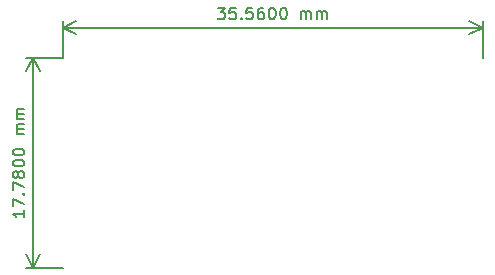
<source format=gbr>
G04 #@! TF.GenerationSoftware,KiCad,Pcbnew,8.0.6*
G04 #@! TF.CreationDate,2024-11-11T10:15:46+01:00*
G04 #@! TF.ProjectId,V1,56312e6b-6963-4616-945f-706362585858,r0.1*
G04 #@! TF.SameCoordinates,Original*
G04 #@! TF.FileFunction,OtherDrawing,Comment*
%FSLAX46Y46*%
G04 Gerber Fmt 4.6, Leading zero omitted, Abs format (unit mm)*
G04 Created by KiCad (PCBNEW 8.0.6) date 2024-11-11 10:15:46*
%MOMM*%
%LPD*%
G01*
G04 APERTURE LIST*
%ADD10C,0.150000*%
G04 APERTURE END LIST*
D10*
X113113334Y-86874819D02*
X113732381Y-86874819D01*
X113732381Y-86874819D02*
X113399048Y-87255771D01*
X113399048Y-87255771D02*
X113541905Y-87255771D01*
X113541905Y-87255771D02*
X113637143Y-87303390D01*
X113637143Y-87303390D02*
X113684762Y-87351009D01*
X113684762Y-87351009D02*
X113732381Y-87446247D01*
X113732381Y-87446247D02*
X113732381Y-87684342D01*
X113732381Y-87684342D02*
X113684762Y-87779580D01*
X113684762Y-87779580D02*
X113637143Y-87827200D01*
X113637143Y-87827200D02*
X113541905Y-87874819D01*
X113541905Y-87874819D02*
X113256191Y-87874819D01*
X113256191Y-87874819D02*
X113160953Y-87827200D01*
X113160953Y-87827200D02*
X113113334Y-87779580D01*
X114637143Y-86874819D02*
X114160953Y-86874819D01*
X114160953Y-86874819D02*
X114113334Y-87351009D01*
X114113334Y-87351009D02*
X114160953Y-87303390D01*
X114160953Y-87303390D02*
X114256191Y-87255771D01*
X114256191Y-87255771D02*
X114494286Y-87255771D01*
X114494286Y-87255771D02*
X114589524Y-87303390D01*
X114589524Y-87303390D02*
X114637143Y-87351009D01*
X114637143Y-87351009D02*
X114684762Y-87446247D01*
X114684762Y-87446247D02*
X114684762Y-87684342D01*
X114684762Y-87684342D02*
X114637143Y-87779580D01*
X114637143Y-87779580D02*
X114589524Y-87827200D01*
X114589524Y-87827200D02*
X114494286Y-87874819D01*
X114494286Y-87874819D02*
X114256191Y-87874819D01*
X114256191Y-87874819D02*
X114160953Y-87827200D01*
X114160953Y-87827200D02*
X114113334Y-87779580D01*
X115113334Y-87779580D02*
X115160953Y-87827200D01*
X115160953Y-87827200D02*
X115113334Y-87874819D01*
X115113334Y-87874819D02*
X115065715Y-87827200D01*
X115065715Y-87827200D02*
X115113334Y-87779580D01*
X115113334Y-87779580D02*
X115113334Y-87874819D01*
X116065714Y-86874819D02*
X115589524Y-86874819D01*
X115589524Y-86874819D02*
X115541905Y-87351009D01*
X115541905Y-87351009D02*
X115589524Y-87303390D01*
X115589524Y-87303390D02*
X115684762Y-87255771D01*
X115684762Y-87255771D02*
X115922857Y-87255771D01*
X115922857Y-87255771D02*
X116018095Y-87303390D01*
X116018095Y-87303390D02*
X116065714Y-87351009D01*
X116065714Y-87351009D02*
X116113333Y-87446247D01*
X116113333Y-87446247D02*
X116113333Y-87684342D01*
X116113333Y-87684342D02*
X116065714Y-87779580D01*
X116065714Y-87779580D02*
X116018095Y-87827200D01*
X116018095Y-87827200D02*
X115922857Y-87874819D01*
X115922857Y-87874819D02*
X115684762Y-87874819D01*
X115684762Y-87874819D02*
X115589524Y-87827200D01*
X115589524Y-87827200D02*
X115541905Y-87779580D01*
X116970476Y-86874819D02*
X116780000Y-86874819D01*
X116780000Y-86874819D02*
X116684762Y-86922438D01*
X116684762Y-86922438D02*
X116637143Y-86970057D01*
X116637143Y-86970057D02*
X116541905Y-87112914D01*
X116541905Y-87112914D02*
X116494286Y-87303390D01*
X116494286Y-87303390D02*
X116494286Y-87684342D01*
X116494286Y-87684342D02*
X116541905Y-87779580D01*
X116541905Y-87779580D02*
X116589524Y-87827200D01*
X116589524Y-87827200D02*
X116684762Y-87874819D01*
X116684762Y-87874819D02*
X116875238Y-87874819D01*
X116875238Y-87874819D02*
X116970476Y-87827200D01*
X116970476Y-87827200D02*
X117018095Y-87779580D01*
X117018095Y-87779580D02*
X117065714Y-87684342D01*
X117065714Y-87684342D02*
X117065714Y-87446247D01*
X117065714Y-87446247D02*
X117018095Y-87351009D01*
X117018095Y-87351009D02*
X116970476Y-87303390D01*
X116970476Y-87303390D02*
X116875238Y-87255771D01*
X116875238Y-87255771D02*
X116684762Y-87255771D01*
X116684762Y-87255771D02*
X116589524Y-87303390D01*
X116589524Y-87303390D02*
X116541905Y-87351009D01*
X116541905Y-87351009D02*
X116494286Y-87446247D01*
X117684762Y-86874819D02*
X117780000Y-86874819D01*
X117780000Y-86874819D02*
X117875238Y-86922438D01*
X117875238Y-86922438D02*
X117922857Y-86970057D01*
X117922857Y-86970057D02*
X117970476Y-87065295D01*
X117970476Y-87065295D02*
X118018095Y-87255771D01*
X118018095Y-87255771D02*
X118018095Y-87493866D01*
X118018095Y-87493866D02*
X117970476Y-87684342D01*
X117970476Y-87684342D02*
X117922857Y-87779580D01*
X117922857Y-87779580D02*
X117875238Y-87827200D01*
X117875238Y-87827200D02*
X117780000Y-87874819D01*
X117780000Y-87874819D02*
X117684762Y-87874819D01*
X117684762Y-87874819D02*
X117589524Y-87827200D01*
X117589524Y-87827200D02*
X117541905Y-87779580D01*
X117541905Y-87779580D02*
X117494286Y-87684342D01*
X117494286Y-87684342D02*
X117446667Y-87493866D01*
X117446667Y-87493866D02*
X117446667Y-87255771D01*
X117446667Y-87255771D02*
X117494286Y-87065295D01*
X117494286Y-87065295D02*
X117541905Y-86970057D01*
X117541905Y-86970057D02*
X117589524Y-86922438D01*
X117589524Y-86922438D02*
X117684762Y-86874819D01*
X118637143Y-86874819D02*
X118732381Y-86874819D01*
X118732381Y-86874819D02*
X118827619Y-86922438D01*
X118827619Y-86922438D02*
X118875238Y-86970057D01*
X118875238Y-86970057D02*
X118922857Y-87065295D01*
X118922857Y-87065295D02*
X118970476Y-87255771D01*
X118970476Y-87255771D02*
X118970476Y-87493866D01*
X118970476Y-87493866D02*
X118922857Y-87684342D01*
X118922857Y-87684342D02*
X118875238Y-87779580D01*
X118875238Y-87779580D02*
X118827619Y-87827200D01*
X118827619Y-87827200D02*
X118732381Y-87874819D01*
X118732381Y-87874819D02*
X118637143Y-87874819D01*
X118637143Y-87874819D02*
X118541905Y-87827200D01*
X118541905Y-87827200D02*
X118494286Y-87779580D01*
X118494286Y-87779580D02*
X118446667Y-87684342D01*
X118446667Y-87684342D02*
X118399048Y-87493866D01*
X118399048Y-87493866D02*
X118399048Y-87255771D01*
X118399048Y-87255771D02*
X118446667Y-87065295D01*
X118446667Y-87065295D02*
X118494286Y-86970057D01*
X118494286Y-86970057D02*
X118541905Y-86922438D01*
X118541905Y-86922438D02*
X118637143Y-86874819D01*
X120160953Y-87874819D02*
X120160953Y-87208152D01*
X120160953Y-87303390D02*
X120208572Y-87255771D01*
X120208572Y-87255771D02*
X120303810Y-87208152D01*
X120303810Y-87208152D02*
X120446667Y-87208152D01*
X120446667Y-87208152D02*
X120541905Y-87255771D01*
X120541905Y-87255771D02*
X120589524Y-87351009D01*
X120589524Y-87351009D02*
X120589524Y-87874819D01*
X120589524Y-87351009D02*
X120637143Y-87255771D01*
X120637143Y-87255771D02*
X120732381Y-87208152D01*
X120732381Y-87208152D02*
X120875238Y-87208152D01*
X120875238Y-87208152D02*
X120970477Y-87255771D01*
X120970477Y-87255771D02*
X121018096Y-87351009D01*
X121018096Y-87351009D02*
X121018096Y-87874819D01*
X121494286Y-87874819D02*
X121494286Y-87208152D01*
X121494286Y-87303390D02*
X121541905Y-87255771D01*
X121541905Y-87255771D02*
X121637143Y-87208152D01*
X121637143Y-87208152D02*
X121780000Y-87208152D01*
X121780000Y-87208152D02*
X121875238Y-87255771D01*
X121875238Y-87255771D02*
X121922857Y-87351009D01*
X121922857Y-87351009D02*
X121922857Y-87874819D01*
X121922857Y-87351009D02*
X121970476Y-87255771D01*
X121970476Y-87255771D02*
X122065714Y-87208152D01*
X122065714Y-87208152D02*
X122208571Y-87208152D01*
X122208571Y-87208152D02*
X122303810Y-87255771D01*
X122303810Y-87255771D02*
X122351429Y-87351009D01*
X122351429Y-87351009D02*
X122351429Y-87874819D01*
X135560000Y-91110000D02*
X135560000Y-87983580D01*
X100000000Y-91110000D02*
X100000000Y-87983580D01*
X135560000Y-88570000D02*
X100000000Y-88570000D01*
X135560000Y-88570000D02*
X100000000Y-88570000D01*
X135560000Y-88570000D02*
X134433496Y-89156421D01*
X135560000Y-88570000D02*
X134433496Y-87983579D01*
X100000000Y-88570000D02*
X101126504Y-87983579D01*
X100000000Y-88570000D02*
X101126504Y-89156421D01*
X96764819Y-104047618D02*
X96764819Y-104619046D01*
X96764819Y-104333332D02*
X95764819Y-104333332D01*
X95764819Y-104333332D02*
X95907676Y-104428570D01*
X95907676Y-104428570D02*
X96002914Y-104523808D01*
X96002914Y-104523808D02*
X96050533Y-104619046D01*
X95764819Y-103714284D02*
X95764819Y-103047618D01*
X95764819Y-103047618D02*
X96764819Y-103476189D01*
X96669580Y-102666665D02*
X96717200Y-102619046D01*
X96717200Y-102619046D02*
X96764819Y-102666665D01*
X96764819Y-102666665D02*
X96717200Y-102714284D01*
X96717200Y-102714284D02*
X96669580Y-102666665D01*
X96669580Y-102666665D02*
X96764819Y-102666665D01*
X95764819Y-102285713D02*
X95764819Y-101619047D01*
X95764819Y-101619047D02*
X96764819Y-102047618D01*
X96193390Y-101095237D02*
X96145771Y-101190475D01*
X96145771Y-101190475D02*
X96098152Y-101238094D01*
X96098152Y-101238094D02*
X96002914Y-101285713D01*
X96002914Y-101285713D02*
X95955295Y-101285713D01*
X95955295Y-101285713D02*
X95860057Y-101238094D01*
X95860057Y-101238094D02*
X95812438Y-101190475D01*
X95812438Y-101190475D02*
X95764819Y-101095237D01*
X95764819Y-101095237D02*
X95764819Y-100904761D01*
X95764819Y-100904761D02*
X95812438Y-100809523D01*
X95812438Y-100809523D02*
X95860057Y-100761904D01*
X95860057Y-100761904D02*
X95955295Y-100714285D01*
X95955295Y-100714285D02*
X96002914Y-100714285D01*
X96002914Y-100714285D02*
X96098152Y-100761904D01*
X96098152Y-100761904D02*
X96145771Y-100809523D01*
X96145771Y-100809523D02*
X96193390Y-100904761D01*
X96193390Y-100904761D02*
X96193390Y-101095237D01*
X96193390Y-101095237D02*
X96241009Y-101190475D01*
X96241009Y-101190475D02*
X96288628Y-101238094D01*
X96288628Y-101238094D02*
X96383866Y-101285713D01*
X96383866Y-101285713D02*
X96574342Y-101285713D01*
X96574342Y-101285713D02*
X96669580Y-101238094D01*
X96669580Y-101238094D02*
X96717200Y-101190475D01*
X96717200Y-101190475D02*
X96764819Y-101095237D01*
X96764819Y-101095237D02*
X96764819Y-100904761D01*
X96764819Y-100904761D02*
X96717200Y-100809523D01*
X96717200Y-100809523D02*
X96669580Y-100761904D01*
X96669580Y-100761904D02*
X96574342Y-100714285D01*
X96574342Y-100714285D02*
X96383866Y-100714285D01*
X96383866Y-100714285D02*
X96288628Y-100761904D01*
X96288628Y-100761904D02*
X96241009Y-100809523D01*
X96241009Y-100809523D02*
X96193390Y-100904761D01*
X95764819Y-100095237D02*
X95764819Y-99999999D01*
X95764819Y-99999999D02*
X95812438Y-99904761D01*
X95812438Y-99904761D02*
X95860057Y-99857142D01*
X95860057Y-99857142D02*
X95955295Y-99809523D01*
X95955295Y-99809523D02*
X96145771Y-99761904D01*
X96145771Y-99761904D02*
X96383866Y-99761904D01*
X96383866Y-99761904D02*
X96574342Y-99809523D01*
X96574342Y-99809523D02*
X96669580Y-99857142D01*
X96669580Y-99857142D02*
X96717200Y-99904761D01*
X96717200Y-99904761D02*
X96764819Y-99999999D01*
X96764819Y-99999999D02*
X96764819Y-100095237D01*
X96764819Y-100095237D02*
X96717200Y-100190475D01*
X96717200Y-100190475D02*
X96669580Y-100238094D01*
X96669580Y-100238094D02*
X96574342Y-100285713D01*
X96574342Y-100285713D02*
X96383866Y-100333332D01*
X96383866Y-100333332D02*
X96145771Y-100333332D01*
X96145771Y-100333332D02*
X95955295Y-100285713D01*
X95955295Y-100285713D02*
X95860057Y-100238094D01*
X95860057Y-100238094D02*
X95812438Y-100190475D01*
X95812438Y-100190475D02*
X95764819Y-100095237D01*
X95764819Y-99142856D02*
X95764819Y-99047618D01*
X95764819Y-99047618D02*
X95812438Y-98952380D01*
X95812438Y-98952380D02*
X95860057Y-98904761D01*
X95860057Y-98904761D02*
X95955295Y-98857142D01*
X95955295Y-98857142D02*
X96145771Y-98809523D01*
X96145771Y-98809523D02*
X96383866Y-98809523D01*
X96383866Y-98809523D02*
X96574342Y-98857142D01*
X96574342Y-98857142D02*
X96669580Y-98904761D01*
X96669580Y-98904761D02*
X96717200Y-98952380D01*
X96717200Y-98952380D02*
X96764819Y-99047618D01*
X96764819Y-99047618D02*
X96764819Y-99142856D01*
X96764819Y-99142856D02*
X96717200Y-99238094D01*
X96717200Y-99238094D02*
X96669580Y-99285713D01*
X96669580Y-99285713D02*
X96574342Y-99333332D01*
X96574342Y-99333332D02*
X96383866Y-99380951D01*
X96383866Y-99380951D02*
X96145771Y-99380951D01*
X96145771Y-99380951D02*
X95955295Y-99333332D01*
X95955295Y-99333332D02*
X95860057Y-99285713D01*
X95860057Y-99285713D02*
X95812438Y-99238094D01*
X95812438Y-99238094D02*
X95764819Y-99142856D01*
X96764819Y-97619046D02*
X96098152Y-97619046D01*
X96193390Y-97619046D02*
X96145771Y-97571427D01*
X96145771Y-97571427D02*
X96098152Y-97476189D01*
X96098152Y-97476189D02*
X96098152Y-97333332D01*
X96098152Y-97333332D02*
X96145771Y-97238094D01*
X96145771Y-97238094D02*
X96241009Y-97190475D01*
X96241009Y-97190475D02*
X96764819Y-97190475D01*
X96241009Y-97190475D02*
X96145771Y-97142856D01*
X96145771Y-97142856D02*
X96098152Y-97047618D01*
X96098152Y-97047618D02*
X96098152Y-96904761D01*
X96098152Y-96904761D02*
X96145771Y-96809522D01*
X96145771Y-96809522D02*
X96241009Y-96761903D01*
X96241009Y-96761903D02*
X96764819Y-96761903D01*
X96764819Y-96285713D02*
X96098152Y-96285713D01*
X96193390Y-96285713D02*
X96145771Y-96238094D01*
X96145771Y-96238094D02*
X96098152Y-96142856D01*
X96098152Y-96142856D02*
X96098152Y-95999999D01*
X96098152Y-95999999D02*
X96145771Y-95904761D01*
X96145771Y-95904761D02*
X96241009Y-95857142D01*
X96241009Y-95857142D02*
X96764819Y-95857142D01*
X96241009Y-95857142D02*
X96145771Y-95809523D01*
X96145771Y-95809523D02*
X96098152Y-95714285D01*
X96098152Y-95714285D02*
X96098152Y-95571428D01*
X96098152Y-95571428D02*
X96145771Y-95476189D01*
X96145771Y-95476189D02*
X96241009Y-95428570D01*
X96241009Y-95428570D02*
X96764819Y-95428570D01*
X100000000Y-91110000D02*
X96873580Y-91110000D01*
X100000000Y-108890000D02*
X96873580Y-108890000D01*
X97460000Y-91110000D02*
X97460000Y-108890000D01*
X97460000Y-91110000D02*
X97460000Y-108890000D01*
X97460000Y-91110000D02*
X98046421Y-92236504D01*
X97460000Y-91110000D02*
X96873579Y-92236504D01*
X97460000Y-108890000D02*
X96873579Y-107763496D01*
X97460000Y-108890000D02*
X98046421Y-107763496D01*
M02*

</source>
